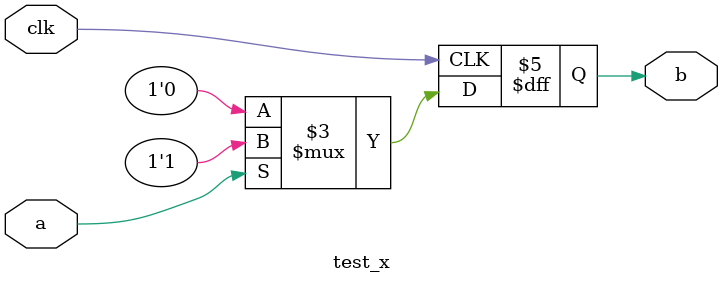
<source format=v>
module test_x(clk, a, b);
  input clk;
  input a;
  output b;

  reg b;

  always@(posedge clk)
    if(a)
      b <= 1;
    else
      b <= 0;
endmodule
  

</source>
